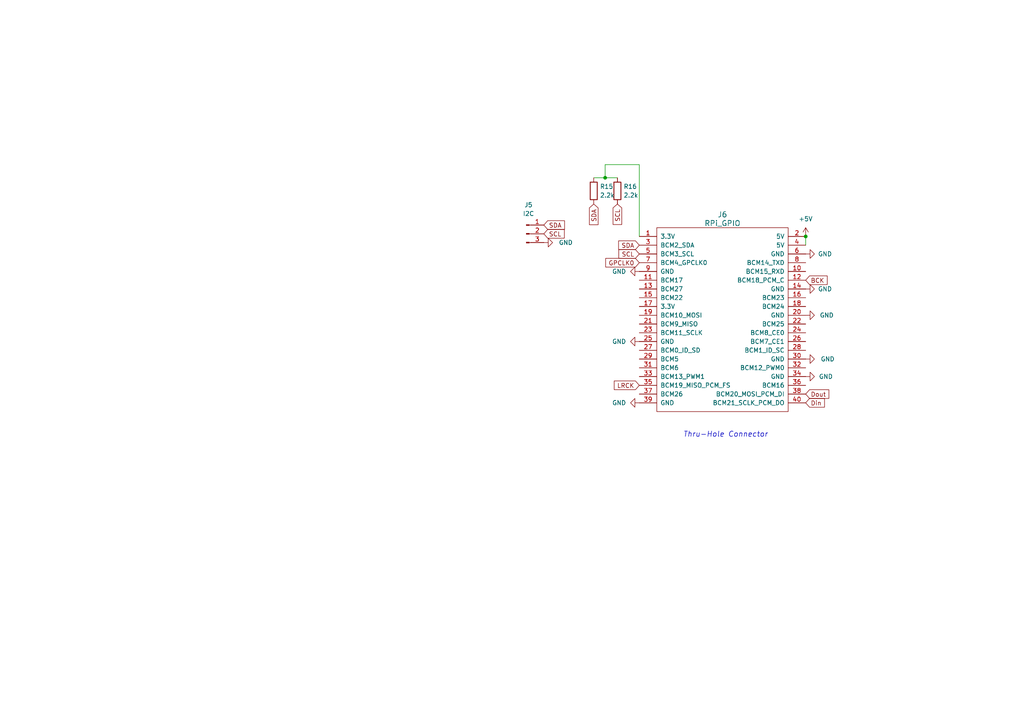
<source format=kicad_sch>
(kicad_sch (version 20211123) (generator eeschema)
  (paper "A4")
  (lib_symbols
    (symbol "Connector:Conn_01x03_Male" (pin_names (offset 1.016) hide)
      (property "Reference" "J" (at 0 5.08 0))
      (property "Value" "Conn_01x03_Male" (at 0 -5.08 0))
      (symbol "Conn_01x03_Male_1_1"
        (polyline (pts (xy 1.27 -2.54) (xy 0.8636 -2.54)) (stroke (width 0.1524)))
        (polyline (pts (xy 1.27 0) (xy 0.8636 0)) (stroke (width 0.1524)))
        (polyline (pts (xy 1.27 2.54) (xy 0.8636 2.54)) (stroke (width 0.1524)))
        (rectangle (start 0.8636 -2.413) (end 0 -2.667) (stroke (width 0.1524)) (fill (type outline)))
        (rectangle (start 0.8636 0.127) (end 0 -0.127) (stroke (width 0.1524)) (fill (type outline)))
        (rectangle (start 0.8636 2.667) (end 0 2.413) (stroke (width 0.1524)) (fill (type outline)))
        (pin passive line (at 5.08 2.54 180) (length 3.81) (name "Pin_1") (number "1"))
        (pin passive line (at 5.08 0 180) (length 3.81) (name "Pin_2") (number "2"))
        (pin passive line (at 5.08 -2.54 180) (length 3.81) (name "Pin_3") (number "3"))
      )
    )
    (symbol "Device:R" (pin_numbers hide) (pin_names (offset 0))
      (property "Reference" "R" (at 2.032 0 90))
      (property "Value" "R" (at 0 0 90))
      (symbol "R_0_1"
        (rectangle (start -1.016 -2.54) (end 1.016 2.54) (stroke (width 0.254)))
      )
      (symbol "R_1_1"
        (pin passive line (at 0 3.81 270) (length 1.27) (name "~") (number "1"))
        (pin passive line (at 0 -3.81 90) (length 1.27) (name "~") (number "2"))
      )
    )
    (symbol "RPi_Hat:RPi_GPIO" (pin_names (offset 1.016))
      (property "Reference" "J" (at 19.05 6.35 0))
      (property "Value" "RPi_GPIO" (at 19.05 3.81 0))
      (symbol "RPi_GPIO_0_1"
        (rectangle (start 0 2.54) (end 38.1 -50.8))
      )
      (symbol "RPi_GPIO_1_1"
        (pin power_in line (at -5.08 0 0) (length 5.08) (name "3.3V") (number "1"))
        (pin bidirectional line (at 43.18 -10.16 180) (length 5.08) (name "BCM15_RXD") (number "10"))
        (pin bidirectional line (at -5.08 -12.7 0) (length 5.08) (name "BCM17") (number "11"))
        (pin bidirectional line (at 43.18 -12.7 180) (length 5.08) (name "BCM18_PCM_C") (number "12"))
        (pin bidirectional line (at -5.08 -15.24 0) (length 5.08) (name "BCM27") (number "13"))
        (pin power_in line (at 43.18 -15.24 180) (length 5.08) (name "GND") (number "14"))
        (pin bidirectional line (at -5.08 -17.78 0) (length 5.08) (name "BCM22") (number "15"))
        (pin bidirectional line (at 43.18 -17.78 180) (length 5.08) (name "BCM23") (number "16"))
        (pin power_in line (at -5.08 -20.32 0) (length 5.08) (name "3.3V") (number "17"))
        (pin bidirectional line (at 43.18 -20.32 180) (length 5.08) (name "BCM24") (number "18"))
        (pin bidirectional line (at -5.08 -22.86 0) (length 5.08) (name "BCM10_MOSI") (number "19"))
        (pin power_in line (at 43.18 0 180) (length 5.08) (name "5V") (number "2"))
        (pin power_in line (at 43.18 -22.86 180) (length 5.08) (name "GND") (number "20"))
        (pin bidirectional line (at -5.08 -25.4 0) (length 5.08) (name "BCM9_MISO") (number "21"))
        (pin bidirectional line (at 43.18 -25.4 180) (length 5.08) (name "BCM25") (number "22"))
        (pin bidirectional line (at -5.08 -27.94 0) (length 5.08) (name "BCM11_SCLK") (number "23"))
        (pin bidirectional line (at 43.18 -27.94 180) (length 5.08) (name "BCM8_CE0") (number "24"))
        (pin power_in line (at -5.08 -30.48 0) (length 5.08) (name "GND") (number "25"))
        (pin bidirectional line (at 43.18 -30.48 180) (length 5.08) (name "BCM7_CE1") (number "26"))
        (pin bidirectional line (at -5.08 -33.02 0) (length 5.08) (name "BCM0_ID_SD") (number "27"))
        (pin bidirectional line (at 43.18 -33.02 180) (length 5.08) (name "BCM1_ID_SC") (number "28"))
        (pin bidirectional line (at -5.08 -35.56 0) (length 5.08) (name "BCM5") (number "29"))
        (pin bidirectional line (at -5.08 -2.54 0) (length 5.08) (name "BCM2_SDA") (number "3"))
        (pin power_in line (at 43.18 -35.56 180) (length 5.08) (name "GND") (number "30"))
        (pin bidirectional line (at -5.08 -38.1 0) (length 5.08) (name "BCM6") (number "31"))
        (pin bidirectional line (at 43.18 -38.1 180) (length 5.08) (name "BCM12_PWM0") (number "32"))
        (pin bidirectional line (at -5.08 -40.64 0) (length 5.08) (name "BCM13_PWM1") (number "33"))
        (pin power_in line (at 43.18 -40.64 180) (length 5.08) (name "GND") (number "34"))
        (pin bidirectional line (at -5.08 -43.18 0) (length 5.08) (name "BCM19_MISO_PCM_FS") (number "35"))
        (pin bidirectional line (at 43.18 -43.18 180) (length 5.08) (name "BCM16") (number "36"))
        (pin bidirectional line (at -5.08 -45.72 0) (length 5.08) (name "BCM26") (number "37"))
        (pin bidirectional line (at 43.18 -45.72 180) (length 5.08) (name "BCM20_MOSI_PCM_DI") (number "38"))
        (pin power_in line (at -5.08 -48.26 0) (length 5.08) (name "GND") (number "39"))
        (pin power_in line (at 43.18 -2.54 180) (length 5.08) (name "5V") (number "4"))
        (pin bidirectional line (at 43.18 -48.26 180) (length 5.08) (name "BCM21_SCLK_PCM_DO") (number "40"))
        (pin bidirectional line (at -5.08 -5.08 0) (length 5.08) (name "BCM3_SCL") (number "5"))
        (pin power_in line (at 43.18 -5.08 180) (length 5.08) (name "GND") (number "6"))
        (pin bidirectional line (at -5.08 -7.62 0) (length 5.08) (name "BCM4_GPCLK0") (number "7"))
        (pin bidirectional line (at 43.18 -7.62 180) (length 5.08) (name "BCM14_TXD") (number "8"))
        (pin power_in line (at -5.08 -10.16 0) (length 5.08) (name "GND") (number "9"))
      )
    )
    (symbol "power:+5V" (power) (pin_names (offset 0))
      (property "Value" "+5V" (at 0 3.556 0))
      (symbol "+5V_0_1"
        (polyline (pts (xy -0.762 1.27) (xy 0 2.54)))
        (polyline (pts (xy 0 0) (xy 0 2.54)))
        (polyline (pts (xy 0 2.54) (xy 0.762 1.27)))
      )
      (symbol "+5V_1_1"
        (pin power_in line (at 0 0 90) (length 0) hide (name "+5V") (number "1"))
      )
    )
    (symbol "power:GND" (power) (pin_names (offset 0))
      (property "Value" "GND" (at 0 -3.81 0))
      (symbol "GND_0_1"
        (polyline (pts (xy 0 0) (xy 0 -1.27) (xy 1.27 -1.27) (xy 0 -2.54) (xy -1.27 -1.27) (xy 0 -1.27)))
      )
      (symbol "GND_1_1"
        (pin power_in line (at 0 0 270) (length 0) hide (name "GND") (number "1"))
      )
    )
  )
  (junction (at 175.514 51.562))
  (junction (at 233.68 68.58))
  (wire (pts (xy 175.514 51.562) (xy 179.07 51.562)))
  (wire (pts (xy 185.42 47.752) (xy 175.514 47.752)))
  (wire (pts (xy 172.212 51.562) (xy 175.514 51.562)))
  (wire (pts (xy 233.68 68.58) (xy 233.68 71.12)))
  (wire (pts (xy 175.514 47.752) (xy 175.514 51.562)))
  (wire (pts (xy 185.42 47.752) (xy 185.42 68.58)))
  (text "Thru-Hole Connector" (at 198.12 127 0) (effects (font (size 1.524 1.524) italic) (justify left bottom)))
  (global_label "SDA" (shape input) (at 157.734 65.278 0) (property "Intersheet References" "${INTERSHEET_REFS}" (effects hide)))
  (global_label "LRCK" (shape input) (at 185.42 111.76 180) (property "Intersheet References" "${INTERSHEET_REFS}" (effects hide)))
  (global_label "Din" (shape input) (at 233.68 116.84 0) (property "Intersheet References" "${INTERSHEET_REFS}" (effects hide)))
  (global_label "SCL" (shape input) (at 157.734 67.818 0) (property "Intersheet References" "${INTERSHEET_REFS}" (effects hide)))
  (global_label "SDA" (shape input) (at 172.212 59.182 270) (property "Intersheet References" "${INTERSHEET_REFS}" (effects hide)))
  (global_label "SDA" (shape input) (at 185.42 71.12 180) (property "Intersheet References" "${INTERSHEET_REFS}" (effects hide)))
  (global_label "BCK" (shape input) (at 233.68 81.28 0) (property "Intersheet References" "${INTERSHEET_REFS}" (effects hide)))
  (global_label "SCL" (shape input) (at 179.07 59.182 270) (property "Intersheet References" "${INTERSHEET_REFS}" (effects hide)))
  (global_label "GPCLK0" (shape input) (at 185.42 76.2 180) (property "Intersheet References" "${INTERSHEET_REFS}" (effects hide)))
  (global_label "Dout" (shape input) (at 233.68 114.3 0) (property "Intersheet References" "${INTERSHEET_REFS}" (effects hide)))
  (global_label "SCL" (shape input) (at 185.42 73.66 180) (property "Intersheet References" "${INTERSHEET_REFS}" (effects hide)))
  (symbol (lib_id "RPi_Hat:RPi_GPIO") (at 190.5 68.58 0) (unit 1)
    (property "Reference" "J6" (at 209.55 62.23 0) (effects (font (size 1.524 1.524))))
    (property "Value" "RPi_GPIO" (at 209.55 64.77 0) (effects (font (size 1.524 1.524))))
    (property "Footprint" "RPi_Hat:Pin_Header_Straight_2x20" (effects hide))
  )
  (symbol (lib_id "power:GND") (at 185.42 78.74 270) (unit 1)
    (property "Reference" "#PWR038" (effects hide))
    (property "Value" "GND" (at 181.61 78.7399 90) (effects (justify right)))
  )
  (symbol (lib_id "power:GND") (at 185.42 116.84 270) (unit 1)
    (property "Reference" "#PWR039" (effects hide))
    (property "Value" "GND" (at 181.61 116.8399 90) (effects (justify right)))
  )
  (symbol (lib_id "Connector:Conn_01x03_Male") (at 152.654 67.818 0) (unit 1)
    (property "Reference" "J5" (at 153.289 59.436 0))
    (property "Value" "I2C" (at 153.289 61.976 0))
    (property "Footprint" "Connector_PinHeader_2.54mm:PinHeader_1x03_P2.54mm_Vertical" (effects hide))
  )
  (symbol (lib_id "power:GND") (at 233.68 91.44 90) (unit 1)
    (property "Reference" "#PWR043" (effects hide))
    (property "Value" "GND" (at 237.744 91.4399 90) (effects (justify right)))
  )
  (symbol (lib_id "power:GND") (at 233.68 83.82 90) (unit 1)
    (property "Reference" "#PWR042" (effects hide))
    (property "Value" "GND" (at 237.236 83.8199 90) (effects (justify right)))
  )
  (symbol (lib_id "power:GND") (at 157.734 70.358 90) (unit 1)
    (property "Reference" "#PWR037" (effects hide))
    (property "Value" "GND" (at 162.052 70.3579 90) (effects (justify right)))
  )
  (symbol (lib_id "power:+5V") (at 233.68 68.58 0) (unit 1)
    (property "Reference" "#PWR040" (effects hide))
    (property "Value" "+5V" (at 233.68 63.5 0))
  )
  (symbol (lib_id "power:GND") (at 185.42 99.06 270) (unit 1)
    (property "Reference" "#PWR0102" (effects hide))
    (property "Value" "GND" (at 181.61 99.0599 90) (effects (justify right)))
  )
  (symbol (lib_id "Device:R") (at 172.212 55.372 0) (unit 1)
    (property "Reference" "R15" (at 173.99 54.1019 0) (effects (justify left)))
    (property "Value" "2.2k" (at 173.99 56.6419 0) (effects (justify left)))
    (property "Footprint" "Resistor_SMD:R_0805_2012Metric" (effects hide))
  )
  (symbol (lib_id "power:GND") (at 233.68 73.66 90) (unit 1)
    (property "Reference" "#PWR041" (effects hide))
    (property "Value" "GND" (at 237.236 73.6599 90) (effects (justify right)))
  )
  (symbol (lib_id "Device:R") (at 179.07 55.372 0) (unit 1)
    (property "Reference" "R16" (at 180.848 54.1019 0) (effects (justify left)))
    (property "Value" "2.2k" (at 180.848 56.6419 0) (effects (justify left)))
    (property "Footprint" "Resistor_SMD:R_0805_2012Metric" (effects hide))
  )
  (symbol (lib_id "power:GND") (at 233.68 109.22 90) (unit 1)
    (property "Reference" "#PWR045" (effects hide))
    (property "Value" "GND" (at 237.49 109.2199 90) (effects (justify right)))
  )
  (symbol (lib_id "power:GND") (at 233.68 104.14 90) (unit 1)
    (property "Reference" "#PWR044" (effects hide))
    (property "Value" "GND" (at 237.998 104.1399 90) (effects (justify right)))
  )
)
</source>
